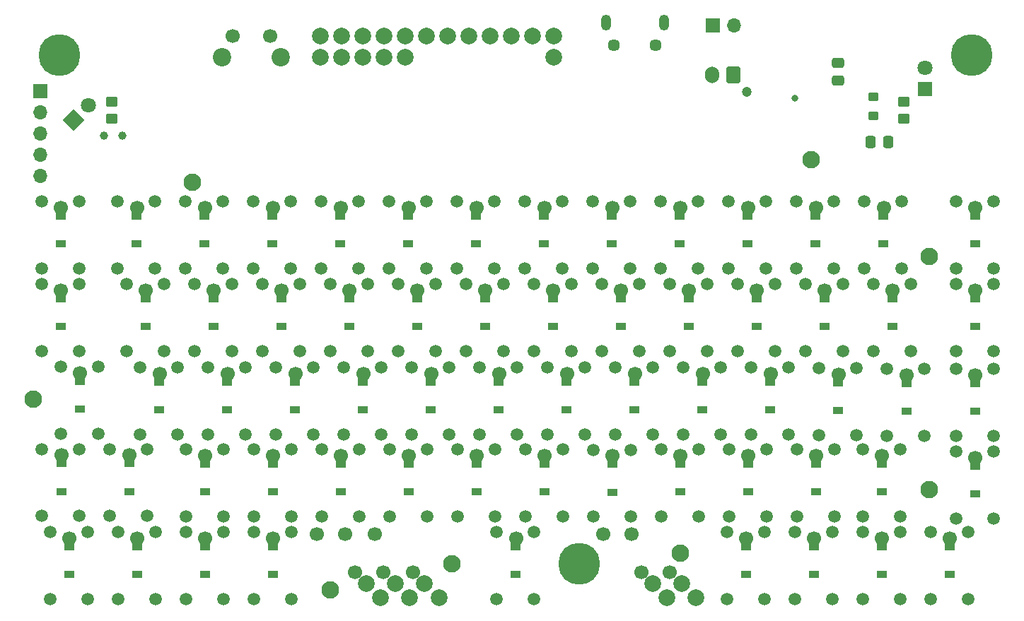
<source format=gbr>
%TF.GenerationSoftware,KiCad,Pcbnew,6.0.0-rc1-unknown-d76c6bc884~144~ubuntu21.10.1*%
%TF.CreationDate,2021-11-30T16:14:45+00:00*%
%TF.ProjectId,tad2_bottom,74616432-5f62-46f7-9474-6f6d2e6b6963,rev?*%
%TF.SameCoordinates,Original*%
%TF.FileFunction,Soldermask,Bot*%
%TF.FilePolarity,Negative*%
%FSLAX46Y46*%
G04 Gerber Fmt 4.6, Leading zero omitted, Abs format (unit mm)*
G04 Created by KiCad (PCBNEW 6.0.0-rc1-unknown-d76c6bc884~144~ubuntu21.10.1) date 2021-11-30 16:14:45*
%MOMM*%
%LPD*%
G01*
G04 APERTURE LIST*
G04 Aperture macros list*
%AMRoundRect*
0 Rectangle with rounded corners*
0 $1 Rounding radius*
0 $2 $3 $4 $5 $6 $7 $8 $9 X,Y pos of 4 corners*
0 Add a 4 corners polygon primitive as box body*
4,1,4,$2,$3,$4,$5,$6,$7,$8,$9,$2,$3,0*
0 Add four circle primitives for the rounded corners*
1,1,$1+$1,$2,$3*
1,1,$1+$1,$4,$5*
1,1,$1+$1,$6,$7*
1,1,$1+$1,$8,$9*
0 Add four rect primitives between the rounded corners*
20,1,$1+$1,$2,$3,$4,$5,0*
20,1,$1+$1,$4,$5,$6,$7,0*
20,1,$1+$1,$6,$7,$8,$9,0*
20,1,$1+$1,$8,$9,$2,$3,0*%
%AMRotRect*
0 Rectangle, with rotation*
0 The origin of the aperture is its center*
0 $1 length*
0 $2 width*
0 $3 Rotation angle, in degrees counterclockwise*
0 Add horizontal line*
21,1,$1,$2,0,0,$3*%
G04 Aperture macros list end*
%ADD10C,1.500000*%
%ADD11R,1.200000X0.900000*%
%ADD12R,1.200000X0.958000*%
%ADD13C,1.700000*%
%ADD14R,1.700000X1.700000*%
%ADD15O,1.700000X1.700000*%
%ADD16C,2.000000*%
%ADD17C,2.100000*%
%ADD18C,2.200000*%
%ADD19C,5.000000*%
%ADD20C,1.450000*%
%ADD21O,1.200000X1.900000*%
%ADD22C,0.800000*%
%ADD23RotRect,1.800000X1.800000X45.000000*%
%ADD24C,1.800000*%
%ADD25R,1.800000X1.800000*%
%ADD26C,1.200000*%
%ADD27RoundRect,0.250000X0.600000X0.750000X-0.600000X0.750000X-0.600000X-0.750000X0.600000X-0.750000X0*%
%ADD28O,1.700000X2.000000*%
%ADD29C,1.000000*%
%ADD30RoundRect,0.250000X-0.450000X0.350000X-0.450000X-0.350000X0.450000X-0.350000X0.450000X0.350000X0*%
%ADD31RoundRect,0.250000X0.337500X0.475000X-0.337500X0.475000X-0.337500X-0.475000X0.337500X-0.475000X0*%
%ADD32RoundRect,0.250000X-0.475000X0.337500X-0.475000X-0.337500X0.475000X-0.337500X0.475000X0.337500X0*%
%ADD33RoundRect,0.250000X-0.350000X0.275000X-0.350000X-0.275000X0.350000X-0.275000X0.350000X0.275000X0*%
G04 APERTURE END LIST*
D10*
%TO.C,S_'1*%
X130248000Y-137899000D03*
X134748000Y-145899000D03*
X134748000Y-137899000D03*
X130248000Y-145899000D03*
D11*
X132588000Y-142977000D03*
D12*
X132588000Y-139648000D03*
D13*
X132600500Y-138613000D03*
%TD*%
D10*
%TO.C,S_;1*%
X122120000Y-137795000D03*
X126620000Y-145795000D03*
X126620000Y-137795000D03*
D11*
X124460000Y-142873000D03*
D10*
X122120000Y-145795000D03*
D13*
X124472500Y-138509000D03*
D12*
X124460000Y-139544000D03*
%TD*%
D10*
%TO.C,S_ENTER1*%
X146666000Y-137975000D03*
X151166000Y-145975000D03*
X151166000Y-137975000D03*
D11*
X149006000Y-143053000D03*
D10*
X146666000Y-145975000D03*
D13*
X149018500Y-138689000D03*
D12*
X149006000Y-139724000D03*
%TD*%
D14*
%TO.C,J4*%
X37033200Y-104698800D03*
D15*
X37033200Y-107238800D03*
X37033200Y-109778800D03*
X37033200Y-112318800D03*
X37033200Y-114858800D03*
%TD*%
D16*
%TO.C,*%
X98552000Y-98094800D03*
%TD*%
%TO.C,*%
X73152000Y-98094800D03*
%TD*%
D10*
%TO.C,S_MAC1*%
X143618000Y-157533000D03*
X148118000Y-165533000D03*
X148118000Y-157533000D03*
D11*
X145958000Y-162611000D03*
D10*
X143618000Y-165533000D03*
D12*
X145958000Y-159282000D03*
D13*
X145970500Y-158247000D03*
%TD*%
D10*
%TO.C,S_O1*%
X112376000Y-127815000D03*
X116876000Y-135815000D03*
X116876000Y-127815000D03*
X112376000Y-135815000D03*
D11*
X114716000Y-132893000D03*
D13*
X114728500Y-128529000D03*
D12*
X114716000Y-129564000D03*
%TD*%
D10*
%TO.C,S_[1*%
X128632000Y-127815000D03*
X133132000Y-127815000D03*
X133132000Y-135815000D03*
D11*
X130972000Y-132893000D03*
D10*
X128632000Y-135815000D03*
D13*
X130984500Y-128529000D03*
D12*
X130972000Y-129564000D03*
%TD*%
D17*
%TO.C,H8*%
X143510000Y-124460000D03*
%TD*%
%TO.C,H6*%
X86360000Y-161290000D03*
%TD*%
D10*
%TO.C,S_TAB1*%
X37192000Y-127815000D03*
X41692000Y-127815000D03*
X41692000Y-135815000D03*
X37192000Y-135815000D03*
D11*
X39532000Y-132893000D03*
D13*
X39544500Y-128529000D03*
D12*
X39532000Y-129564000D03*
%TD*%
D10*
%TO.C,S_8*%
X103160000Y-117909000D03*
X107660000Y-117909000D03*
X107660000Y-125909000D03*
X103160000Y-125909000D03*
D11*
X105500000Y-122987000D03*
D13*
X105512500Y-118623000D03*
D12*
X105500000Y-119658000D03*
%TD*%
D10*
%TO.C,S_+1*%
X135672000Y-117909000D03*
X140172000Y-125909000D03*
X140172000Y-117909000D03*
D11*
X138012000Y-122987000D03*
D10*
X135672000Y-125909000D03*
D13*
X138024500Y-118623000D03*
D12*
X138012000Y-119658000D03*
%TD*%
D10*
%TO.C,S_3*%
X62520000Y-117909000D03*
X67020000Y-117909000D03*
X67020000Y-125909000D03*
X62520000Y-125909000D03*
D11*
X64860000Y-122987000D03*
D13*
X64872500Y-118623000D03*
D12*
X64860000Y-119658000D03*
%TD*%
D10*
%TO.C,S_RSH1*%
X146666000Y-147881000D03*
X151166000Y-155881000D03*
X151166000Y-147881000D03*
D11*
X149006000Y-152959000D03*
D10*
X146666000Y-155881000D03*
D12*
X149006000Y-149630000D03*
D13*
X149018500Y-148595000D03*
%TD*%
D10*
%TO.C,S_X1*%
X62592000Y-147627000D03*
X67092000Y-147627000D03*
X67092000Y-155627000D03*
X62592000Y-155627000D03*
D11*
X64932000Y-152705000D03*
D13*
X64944500Y-148341000D03*
D12*
X64932000Y-149376000D03*
%TD*%
D16*
%TO.C,*%
X88392000Y-98094800D03*
%TD*%
D10*
%TO.C,S_I1*%
X104248000Y-127815000D03*
X108748000Y-135815000D03*
X108748000Y-127815000D03*
D11*
X106588000Y-132893000D03*
D10*
X104248000Y-135815000D03*
D12*
X106588000Y-129564000D03*
D13*
X106600500Y-128529000D03*
%TD*%
D10*
%TO.C,S_D1*%
X65224000Y-137795000D03*
X69724000Y-145795000D03*
X69724000Y-137795000D03*
X65224000Y-145795000D03*
D11*
X67564000Y-142873000D03*
D13*
X67576500Y-138509000D03*
D12*
X67564000Y-139544000D03*
%TD*%
D16*
%TO.C,*%
X73152000Y-100634800D03*
%TD*%
D10*
%TO.C,S_CTR1*%
X39478000Y-137721000D03*
X43978000Y-137721000D03*
X43978000Y-145721000D03*
D11*
X41818000Y-142799000D03*
D10*
X39478000Y-145721000D03*
D12*
X41818000Y-139470000D03*
D13*
X41830500Y-138435000D03*
%TD*%
D10*
%TO.C,S_L1*%
X113992000Y-137795000D03*
X118492000Y-145795000D03*
X118492000Y-137795000D03*
D11*
X116332000Y-142873000D03*
D10*
X113992000Y-145795000D03*
D13*
X116344500Y-138509000D03*
D12*
X116332000Y-139544000D03*
%TD*%
D10*
%TO.C,S_J1*%
X97736000Y-137795000D03*
X102236000Y-145795000D03*
X102236000Y-137795000D03*
D11*
X100076000Y-142873000D03*
D10*
X97736000Y-145795000D03*
D12*
X100076000Y-139544000D03*
D13*
X100088500Y-138509000D03*
%TD*%
D16*
%TO.C,*%
X96012000Y-98094800D03*
%TD*%
D10*
%TO.C,S_T1*%
X79864000Y-127815000D03*
X84364000Y-127815000D03*
X84364000Y-135815000D03*
D11*
X82204000Y-132893000D03*
D10*
X79864000Y-135815000D03*
D13*
X82216500Y-128529000D03*
D12*
X82204000Y-129564000D03*
%TD*%
D10*
%TO.C,S_2*%
X54392000Y-117917000D03*
X58892000Y-117917000D03*
X58892000Y-125917000D03*
X54392000Y-125917000D03*
D11*
X56732000Y-122995000D03*
D13*
X56744500Y-118631000D03*
D12*
X56732000Y-119666000D03*
%TD*%
D16*
%TO.C,*%
X93472000Y-98094800D03*
%TD*%
D10*
%TO.C,S_SPC1*%
X91640000Y-157533000D03*
X96140000Y-165533000D03*
X96140000Y-157533000D03*
X91640000Y-165533000D03*
D11*
X93980000Y-162611000D03*
D12*
X93980000Y-159282000D03*
D13*
X93992500Y-158247000D03*
%TD*%
D10*
%TO.C,S_LSH1*%
X37212000Y-147574000D03*
X41712000Y-155574000D03*
X41712000Y-147574000D03*
X37212000Y-155574000D03*
D11*
X39552000Y-152652000D03*
D12*
X39552000Y-149323000D03*
D13*
X39564500Y-148288000D03*
%TD*%
D10*
%TO.C,S_RFN1*%
X135490000Y-157533000D03*
X139990000Y-165533000D03*
X139990000Y-157533000D03*
D11*
X137830000Y-162611000D03*
D10*
X135490000Y-165533000D03*
D13*
X137842500Y-158247000D03*
D12*
X137830000Y-159282000D03*
%TD*%
D10*
%TO.C,S_\u005C1*%
X138414000Y-137975000D03*
X142914000Y-145975000D03*
X142914000Y-137975000D03*
X138414000Y-145975000D03*
D11*
X140754000Y-143053000D03*
D13*
X140766500Y-138689000D03*
D12*
X140754000Y-139724000D03*
%TD*%
D10*
%TO.C,S_1*%
X46264000Y-117909000D03*
X50764000Y-125909000D03*
X50764000Y-117909000D03*
D11*
X48604000Y-122987000D03*
D10*
X46264000Y-125909000D03*
D13*
X48616500Y-118623000D03*
D12*
X48604000Y-119658000D03*
%TD*%
D17*
%TO.C,H11*%
X71755000Y-164465000D03*
%TD*%
D10*
%TO.C,S_/1*%
X127616000Y-147627000D03*
X132116000Y-147627000D03*
X132116000Y-155627000D03*
X127616000Y-155627000D03*
D11*
X129956000Y-152705000D03*
D13*
X129968500Y-148341000D03*
D12*
X129956000Y-149376000D03*
%TD*%
D10*
%TO.C,S_7*%
X95032000Y-117909000D03*
X99532000Y-125909000D03*
X99532000Y-117909000D03*
X95032000Y-125909000D03*
D11*
X97372000Y-122987000D03*
D13*
X97384500Y-118623000D03*
D12*
X97372000Y-119658000D03*
%TD*%
D10*
%TO.C,S_P1*%
X120504000Y-127815000D03*
X125004000Y-127815000D03*
X125004000Y-135815000D03*
X120504000Y-135815000D03*
D11*
X122844000Y-132893000D03*
D12*
X122844000Y-129564000D03*
D13*
X122856500Y-128529000D03*
%TD*%
D18*
%TO.C,POWER1*%
X58821000Y-100594800D03*
X65821000Y-100594800D03*
D13*
X60071000Y-98094800D03*
X64571000Y-98094800D03*
%TD*%
D10*
%TO.C,S_-1*%
X127544000Y-117909000D03*
X132044000Y-125909000D03*
X132044000Y-117909000D03*
X127544000Y-125909000D03*
D11*
X129884000Y-122987000D03*
D12*
X129884000Y-119658000D03*
D13*
X129896500Y-118623000D03*
%TD*%
D10*
%TO.C,S_]1*%
X136760000Y-127815000D03*
X141260000Y-127815000D03*
X141260000Y-135815000D03*
D11*
X139100000Y-132893000D03*
D10*
X136760000Y-135815000D03*
D12*
X139100000Y-129564000D03*
D13*
X139112500Y-128529000D03*
%TD*%
D16*
%TO.C,S_MB2*%
X81224154Y-165408154D03*
D13*
X78145764Y-162312087D03*
D16*
X79517905Y-163701905D03*
D13*
X73565834Y-157732156D03*
%TD*%
D19*
%TO.C,H2*%
X148590000Y-100330000D03*
%TD*%
D10*
%TO.C,S_U1*%
X96120000Y-127815000D03*
X100620000Y-127815000D03*
X100620000Y-135815000D03*
X96120000Y-135815000D03*
D11*
X98460000Y-132893000D03*
D12*
X98460000Y-129564000D03*
D13*
X98472500Y-128529000D03*
%TD*%
D17*
%TO.C,H4*%
X36195000Y-141605000D03*
%TD*%
D20*
%TO.C,J2*%
X110750000Y-99200000D03*
D21*
X111750000Y-96500000D03*
X104750000Y-96500000D03*
D20*
X105750000Y-99200000D03*
%TD*%
D10*
%TO.C,S_RIG1*%
X127362000Y-157533000D03*
X131862000Y-157533000D03*
X131862000Y-165533000D03*
D11*
X129702000Y-162611000D03*
D10*
X127362000Y-165533000D03*
D12*
X129702000Y-159282000D03*
D13*
X129714500Y-158247000D03*
%TD*%
D10*
%TO.C,S_LHY1*%
X38208000Y-157533000D03*
X42708000Y-157533000D03*
X42708000Y-165533000D03*
X38208000Y-165533000D03*
D11*
X40548000Y-162611000D03*
D13*
X40560500Y-158247000D03*
D12*
X40548000Y-159282000D03*
%TD*%
D16*
%TO.C,*%
X75692000Y-100634800D03*
%TD*%
D10*
%TO.C,S_.1*%
X119488000Y-147627000D03*
X123988000Y-155627000D03*
X123988000Y-147627000D03*
D11*
X121828000Y-152705000D03*
D10*
X119488000Y-155627000D03*
D12*
X121828000Y-149376000D03*
D13*
X121840500Y-148341000D03*
%TD*%
D16*
%TO.C,*%
X98552000Y-100634800D03*
%TD*%
%TO.C,*%
X78232000Y-98094800D03*
%TD*%
%TO.C,S_MB5*%
X115514154Y-165408154D03*
D13*
X112435764Y-162312087D03*
D16*
X113807905Y-163701905D03*
D13*
X107855834Y-157732156D03*
%TD*%
D10*
%TO.C,S_4*%
X70648000Y-117909000D03*
X75148000Y-125909000D03*
X75148000Y-117909000D03*
D11*
X72988000Y-122987000D03*
D10*
X70648000Y-125909000D03*
D12*
X72988000Y-119658000D03*
D13*
X73000500Y-118623000D03*
%TD*%
D10*
%TO.C,S_C1*%
X70720000Y-147627000D03*
X75220000Y-147627000D03*
X75220000Y-155627000D03*
X70720000Y-155627000D03*
D11*
X73060000Y-152705000D03*
D13*
X73072500Y-148341000D03*
D12*
X73060000Y-149376000D03*
%TD*%
D16*
%TO.C,*%
X75692000Y-98094800D03*
%TD*%
D10*
%TO.C,S_TIL1*%
X135490000Y-147627000D03*
X139990000Y-147627000D03*
X139990000Y-155627000D03*
X135490000Y-155627000D03*
D11*
X137830000Y-152705000D03*
D12*
X137830000Y-149376000D03*
D13*
X137842500Y-148341000D03*
%TD*%
D10*
%TO.C,S_H1*%
X89608000Y-137795000D03*
X94108000Y-137795000D03*
X94108000Y-145795000D03*
X89608000Y-145795000D03*
D11*
X91948000Y-142873000D03*
D13*
X91960500Y-138509000D03*
D12*
X91948000Y-139544000D03*
%TD*%
D22*
%TO.C,SW1*%
X127402000Y-105544800D03*
%TD*%
D17*
%TO.C,H7*%
X143510000Y-152400000D03*
%TD*%
D16*
%TO.C,*%
X83312000Y-98094800D03*
%TD*%
D17*
%TO.C,H10*%
X113665000Y-160020000D03*
%TD*%
D23*
%TO.C,D6*%
X41008439Y-108140361D03*
D24*
X42804490Y-106344310D03*
%TD*%
D10*
%TO.C,S_K1*%
X105864000Y-137795000D03*
X110364000Y-145795000D03*
X110364000Y-137795000D03*
D11*
X108204000Y-142873000D03*
D10*
X105864000Y-145795000D03*
D12*
X108204000Y-139544000D03*
D13*
X108216500Y-138509000D03*
%TD*%
D16*
%TO.C,*%
X80772000Y-100634800D03*
%TD*%
D19*
%TO.C,H3*%
X101600000Y-161290000D03*
%TD*%
D17*
%TO.C,H5*%
X55245000Y-115570000D03*
%TD*%
D10*
%TO.C,S_DOWN1*%
X62592000Y-157533000D03*
X67092000Y-157533000D03*
X67092000Y-165533000D03*
D11*
X64932000Y-162611000D03*
D10*
X62592000Y-165533000D03*
D13*
X64944500Y-158247000D03*
D12*
X64932000Y-159282000D03*
%TD*%
D10*
%TO.C,S_A1*%
X48968000Y-137795000D03*
X53468000Y-145795000D03*
X53468000Y-137795000D03*
X48968000Y-145795000D03*
D11*
X51308000Y-142873000D03*
D12*
X51308000Y-139544000D03*
D13*
X51320500Y-138509000D03*
%TD*%
D10*
%TO.C,S_BCK1*%
X146666000Y-127815000D03*
X151166000Y-135815000D03*
X151166000Y-127815000D03*
X146666000Y-135815000D03*
D11*
X149006000Y-132893000D03*
D12*
X149006000Y-129564000D03*
D13*
X149018500Y-128529000D03*
%TD*%
D16*
%TO.C,S_MB3*%
X84763154Y-165408154D03*
D13*
X81684764Y-162312087D03*
D16*
X83056905Y-163701905D03*
D13*
X77104834Y-157732156D03*
%TD*%
D10*
%TO.C,S_10*%
X119416000Y-117909000D03*
X123916000Y-125909000D03*
X123916000Y-117909000D03*
D11*
X121756000Y-122987000D03*
D10*
X119416000Y-125909000D03*
D12*
X121756000Y-119658000D03*
D13*
X121768500Y-118623000D03*
%TD*%
D10*
%TO.C,S_DEL1*%
X146666000Y-117909000D03*
X151166000Y-117909000D03*
X151166000Y-125909000D03*
X146666000Y-125909000D03*
D11*
X149006000Y-122987000D03*
D12*
X149006000Y-119658000D03*
D13*
X149018500Y-118623000D03*
%TD*%
D10*
%TO.C,S_R1*%
X71736000Y-127815000D03*
X76236000Y-127815000D03*
X76236000Y-135815000D03*
X71736000Y-135815000D03*
D11*
X74076000Y-132893000D03*
D13*
X74088500Y-128529000D03*
D12*
X74076000Y-129564000D03*
%TD*%
D10*
%TO.C,S_B1*%
X86976000Y-147627000D03*
X91476000Y-147627000D03*
X91476000Y-155627000D03*
X86976000Y-155627000D03*
D11*
X89316000Y-152705000D03*
D12*
X89316000Y-149376000D03*
D13*
X89328500Y-148341000D03*
%TD*%
D10*
%TO.C,S_Q1*%
X47352000Y-127815000D03*
X51852000Y-135815000D03*
X51852000Y-127815000D03*
D11*
X49692000Y-132893000D03*
D10*
X47352000Y-135815000D03*
D12*
X49692000Y-129564000D03*
D13*
X49704500Y-128529000D03*
%TD*%
D10*
%TO.C,S_M1*%
X103232000Y-147675500D03*
X107732000Y-155675500D03*
X107732000Y-147675500D03*
D11*
X105572000Y-152753500D03*
D10*
X103232000Y-155675500D03*
D12*
X105572000Y-149424500D03*
D13*
X105584500Y-148389500D03*
%TD*%
D16*
%TO.C,S_MB4*%
X112068154Y-165408154D03*
D13*
X108989764Y-162312087D03*
D16*
X110361905Y-163701905D03*
D13*
X104409834Y-157732156D03*
%TD*%
D10*
%TO.C,S_LEF1*%
X119234000Y-157533000D03*
X123734000Y-157533000D03*
X123734000Y-165533000D03*
D11*
X121574000Y-162611000D03*
D10*
X119234000Y-165533000D03*
D12*
X121574000Y-159282000D03*
D13*
X121586500Y-158247000D03*
%TD*%
D16*
%TO.C,*%
X80772000Y-98094800D03*
%TD*%
D10*
%TO.C,S_ESC1*%
X37192000Y-117909000D03*
X41692000Y-117909000D03*
X41692000Y-125909000D03*
D11*
X39532000Y-122987000D03*
D10*
X37192000Y-125909000D03*
D13*
X39544500Y-118623000D03*
D12*
X39532000Y-119658000D03*
%TD*%
D10*
%TO.C,S_W1*%
X55480000Y-127815000D03*
X59980000Y-135815000D03*
X59980000Y-127815000D03*
X55480000Y-135815000D03*
D11*
X57820000Y-132893000D03*
D12*
X57820000Y-129564000D03*
D13*
X57832500Y-128529000D03*
%TD*%
D10*
%TO.C,S_V1*%
X78848000Y-147627000D03*
X83348000Y-147627000D03*
X83348000Y-155627000D03*
D11*
X81188000Y-152705000D03*
D10*
X78848000Y-155627000D03*
D12*
X81188000Y-149376000D03*
D13*
X81200500Y-148341000D03*
%TD*%
D16*
%TO.C,*%
X90932000Y-98094800D03*
%TD*%
%TO.C,*%
X70612000Y-100634800D03*
%TD*%
D25*
%TO.C,D1*%
X143002000Y-104444800D03*
D24*
X143002000Y-101904800D03*
%TD*%
D10*
%TO.C,S_5*%
X78776000Y-117909000D03*
X83276000Y-125909000D03*
X83276000Y-117909000D03*
D11*
X81116000Y-122987000D03*
D10*
X78776000Y-125909000D03*
D12*
X81116000Y-119658000D03*
D13*
X81128500Y-118623000D03*
%TD*%
D17*
%TO.C,H9*%
X129352000Y-112864800D03*
%TD*%
D10*
%TO.C,S_Y1*%
X87992000Y-127815000D03*
X92492000Y-127815000D03*
X92492000Y-135815000D03*
X87992000Y-135815000D03*
D11*
X90332000Y-132893000D03*
D12*
X90332000Y-129564000D03*
D13*
X90344500Y-128529000D03*
%TD*%
D10*
%TO.C,S_G1*%
X81480000Y-137795000D03*
X85980000Y-137795000D03*
X85980000Y-145795000D03*
X81480000Y-145795000D03*
D11*
X83820000Y-142873000D03*
D12*
X83820000Y-139544000D03*
D13*
X83832500Y-138509000D03*
%TD*%
D10*
%TO.C,S_N1*%
X95104000Y-147627000D03*
X99604000Y-147627000D03*
X99604000Y-155627000D03*
X95104000Y-155627000D03*
D11*
X97444000Y-152705000D03*
D12*
X97444000Y-149376000D03*
D13*
X97456500Y-148341000D03*
%TD*%
D16*
%TO.C,S_MB1*%
X77778154Y-165408154D03*
D13*
X74699764Y-162312087D03*
D16*
X76071905Y-163701905D03*
D13*
X70119834Y-157732156D03*
%TD*%
D16*
%TO.C,*%
X78232000Y-100634800D03*
%TD*%
D10*
%TO.C,S_9*%
X111288000Y-117909000D03*
X115788000Y-117909000D03*
X115788000Y-125909000D03*
X111288000Y-125909000D03*
D11*
X113628000Y-122987000D03*
D12*
X113628000Y-119658000D03*
D13*
X113640500Y-118623000D03*
%TD*%
D16*
%TO.C,*%
X70612000Y-98094800D03*
%TD*%
D10*
%TO.C,S_ALT1*%
X45340000Y-147574000D03*
X49840000Y-147574000D03*
X49840000Y-155574000D03*
D11*
X47680000Y-152652000D03*
D10*
X45340000Y-155574000D03*
D12*
X47680000Y-149323000D03*
D13*
X47692500Y-148288000D03*
%TD*%
D19*
%TO.C,H1*%
X39370000Y-100330000D03*
%TD*%
D10*
%TO.C,S_6*%
X86904000Y-117909000D03*
X91404000Y-117909000D03*
X91404000Y-125909000D03*
D11*
X89244000Y-122987000D03*
D10*
X86904000Y-125909000D03*
D12*
X89244000Y-119658000D03*
D13*
X89256500Y-118623000D03*
%TD*%
D10*
%TO.C,S_LFN1*%
X46336000Y-157533000D03*
X50836000Y-157533000D03*
X50836000Y-165533000D03*
X46336000Y-165533000D03*
D11*
X48676000Y-162611000D03*
D13*
X48688500Y-158247000D03*
D12*
X48676000Y-159282000D03*
%TD*%
D16*
%TO.C,*%
X85852000Y-98094800D03*
%TD*%
D10*
%TO.C,S_S1*%
X57096000Y-137795000D03*
X61596000Y-145795000D03*
X61596000Y-137795000D03*
X57096000Y-145795000D03*
D11*
X59436000Y-142873000D03*
D12*
X59436000Y-139544000D03*
D13*
X59448500Y-138509000D03*
%TD*%
D10*
%TO.C,S_Z1*%
X54464000Y-147627000D03*
X58964000Y-155627000D03*
X58964000Y-147627000D03*
D11*
X56804000Y-152705000D03*
D10*
X54464000Y-155627000D03*
D13*
X56816500Y-148341000D03*
D12*
X56804000Y-149376000D03*
%TD*%
D10*
%TO.C,S_E1*%
X63608000Y-127815000D03*
X68108000Y-135815000D03*
X68108000Y-127815000D03*
X63608000Y-135815000D03*
D11*
X65948000Y-132893000D03*
D13*
X65960500Y-128529000D03*
D12*
X65948000Y-129564000D03*
%TD*%
D10*
%TO.C,S_UP1*%
X54464000Y-157533000D03*
X58964000Y-157533000D03*
X58964000Y-165533000D03*
X54464000Y-165533000D03*
D11*
X56804000Y-162611000D03*
D12*
X56804000Y-159282000D03*
D13*
X56816500Y-158247000D03*
%TD*%
D10*
%TO.C,S_\u002C1*%
X111360000Y-147627000D03*
X115860000Y-155627000D03*
X115860000Y-147627000D03*
D11*
X113700000Y-152705000D03*
D10*
X111360000Y-155627000D03*
D13*
X113712500Y-148341000D03*
D12*
X113700000Y-149376000D03*
%TD*%
D10*
%TO.C,S_F1*%
X73352000Y-137795000D03*
X77852000Y-145795000D03*
X77852000Y-137795000D03*
X73352000Y-145795000D03*
D11*
X75692000Y-142873000D03*
D13*
X75704500Y-138509000D03*
D12*
X75692000Y-139544000D03*
%TD*%
D26*
%TO.C,BT1*%
X121600000Y-104760000D03*
D27*
X120000000Y-102760000D03*
D28*
X117500000Y-102760000D03*
%TD*%
D14*
%TO.C,TH1*%
X117571600Y-96774000D03*
D15*
X120111600Y-96774000D03*
%TD*%
D29*
%TO.C,TP10*%
X46863000Y-110032800D03*
%TD*%
%TO.C,TP9*%
X44704000Y-110032800D03*
%TD*%
D30*
%TO.C,R7*%
X45593000Y-105984800D03*
X45593000Y-107984800D03*
%TD*%
%TO.C,R4*%
X140462000Y-105984800D03*
X140462000Y-107984800D03*
%TD*%
D31*
%TO.C,C2*%
X138537500Y-110794800D03*
X136462500Y-110794800D03*
%TD*%
D32*
%TO.C,C12*%
X132588000Y-101303000D03*
X132588000Y-103378000D03*
%TD*%
D33*
%TO.C,L1*%
X136750000Y-105350000D03*
X136750000Y-107650000D03*
%TD*%
M02*

</source>
